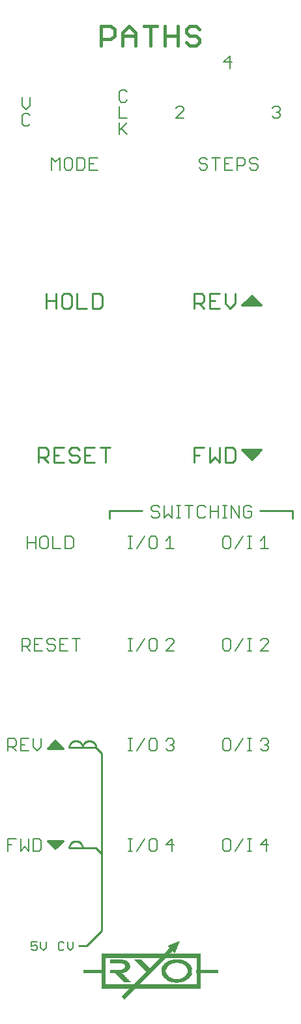
<source format=gto>
G75*
%MOIN*%
%OFA0B0*%
%FSLAX24Y24*%
%IPPOS*%
%LPD*%
%AMOC8*
5,1,8,0,0,1.08239X$1,22.5*
%
%ADD10C,0.0080*%
%ADD11R,0.0012X0.0006*%
%ADD12R,0.0024X0.0006*%
%ADD13R,0.0035X0.0006*%
%ADD14R,0.0047X0.0006*%
%ADD15R,0.0059X0.0006*%
%ADD16R,0.0071X0.0006*%
%ADD17R,0.0083X0.0006*%
%ADD18R,0.0094X0.0006*%
%ADD19R,0.0106X0.0006*%
%ADD20R,0.0118X0.0006*%
%ADD21R,0.0130X0.0006*%
%ADD22R,0.0142X0.0006*%
%ADD23R,0.0154X0.0006*%
%ADD24R,0.0165X0.0006*%
%ADD25R,0.0177X0.0006*%
%ADD26R,0.0189X0.0006*%
%ADD27R,0.0201X0.0006*%
%ADD28R,0.0213X0.0006*%
%ADD29R,0.0224X0.0006*%
%ADD30R,0.0236X0.0006*%
%ADD31R,0.0248X0.0006*%
%ADD32R,0.0260X0.0006*%
%ADD33R,0.0272X0.0006*%
%ADD34R,0.0283X0.0006*%
%ADD35R,0.0289X0.0006*%
%ADD36R,0.5067X0.0006*%
%ADD37R,0.0219X0.0006*%
%ADD38R,0.0301X0.0006*%
%ADD39R,0.0331X0.0006*%
%ADD40R,0.0390X0.0006*%
%ADD41R,0.0449X0.0006*%
%ADD42R,0.0502X0.0006*%
%ADD43R,0.0543X0.0006*%
%ADD44R,0.0585X0.0006*%
%ADD45R,0.0626X0.0006*%
%ADD46R,0.0661X0.0006*%
%ADD47R,0.0691X0.0006*%
%ADD48R,0.0726X0.0006*%
%ADD49R,0.0750X0.0006*%
%ADD50R,0.0774X0.0006*%
%ADD51R,0.0803X0.0006*%
%ADD52R,0.0833X0.0006*%
%ADD53R,0.0856X0.0006*%
%ADD54R,0.0880X0.0006*%
%ADD55R,0.0904X0.0006*%
%ADD56R,0.0921X0.0006*%
%ADD57R,0.0945X0.0006*%
%ADD58R,0.0969X0.0006*%
%ADD59R,0.0986X0.0006*%
%ADD60R,0.1004X0.0006*%
%ADD61R,0.1022X0.0006*%
%ADD62R,0.1039X0.0006*%
%ADD63R,0.1063X0.0006*%
%ADD64R,0.1075X0.0006*%
%ADD65R,0.0455X0.0006*%
%ADD66R,0.0425X0.0006*%
%ADD67R,0.0402X0.0006*%
%ADD68R,0.0396X0.0006*%
%ADD69R,0.0384X0.0006*%
%ADD70R,0.0378X0.0006*%
%ADD71R,0.0372X0.0006*%
%ADD72R,0.0360X0.0006*%
%ADD73R,0.0354X0.0006*%
%ADD74R,0.0348X0.0006*%
%ADD75R,0.0343X0.0006*%
%ADD76R,0.0337X0.0006*%
%ADD77R,0.0325X0.0006*%
%ADD78R,0.0319X0.0006*%
%ADD79R,0.0313X0.0006*%
%ADD80R,0.0307X0.0006*%
%ADD81R,0.0295X0.0006*%
%ADD82R,0.0278X0.0006*%
%ADD83R,0.0266X0.0006*%
%ADD84R,0.0254X0.0006*%
%ADD85R,0.0242X0.0006*%
%ADD86R,0.0230X0.0006*%
%ADD87R,0.1104X0.0006*%
%ADD88R,0.1110X0.0006*%
%ADD89R,0.0596X0.0006*%
%ADD90R,0.0614X0.0006*%
%ADD91R,0.0638X0.0006*%
%ADD92R,0.0685X0.0006*%
%ADD93R,0.0703X0.0006*%
%ADD94R,0.0720X0.0006*%
%ADD95R,0.0738X0.0006*%
%ADD96R,0.0756X0.0006*%
%ADD97R,0.0791X0.0006*%
%ADD98R,0.0815X0.0006*%
%ADD99R,0.0827X0.0006*%
%ADD100R,0.0844X0.0006*%
%ADD101R,0.0862X0.0006*%
%ADD102R,0.0874X0.0006*%
%ADD103R,0.0886X0.0006*%
%ADD104R,0.0898X0.0006*%
%ADD105R,0.0407X0.0006*%
%ADD106R,0.0909X0.0006*%
%ADD107R,0.0419X0.0006*%
%ADD108R,0.0915X0.0006*%
%ADD109R,0.0431X0.0006*%
%ADD110R,0.0443X0.0006*%
%ADD111R,0.0467X0.0006*%
%ADD112R,0.0366X0.0006*%
%ADD113R,0.0478X0.0006*%
%ADD114R,0.0490X0.0006*%
%ADD115R,0.0514X0.0006*%
%ADD116R,0.0526X0.0006*%
%ADD117R,0.0537X0.0006*%
%ADD118R,0.0549X0.0006*%
%ADD119R,0.0561X0.0006*%
%ADD120R,0.0573X0.0006*%
%ADD121R,0.0437X0.0006*%
%ADD122R,0.0939X0.0006*%
%ADD123R,0.0933X0.0006*%
%ADD124R,0.0927X0.0006*%
%ADD125R,0.1069X0.0006*%
%ADD126R,0.1045X0.0006*%
%ADD127R,0.1033X0.0006*%
%ADD128R,0.1016X0.0006*%
%ADD129R,0.0998X0.0006*%
%ADD130R,0.0892X0.0006*%
%ADD131R,0.0980X0.0006*%
%ADD132R,0.0963X0.0006*%
%ADD133R,0.0868X0.0006*%
%ADD134R,0.0850X0.0006*%
%ADD135R,0.0821X0.0006*%
%ADD136R,0.0797X0.0006*%
%ADD137R,0.0809X0.0006*%
%ADD138R,0.0780X0.0006*%
%ADD139R,0.0715X0.0006*%
%ADD140R,0.0768X0.0006*%
%ADD141R,0.0656X0.0006*%
%ADD142R,0.0620X0.0006*%
%ADD143R,0.0709X0.0006*%
%ADD144R,0.0679X0.0006*%
%ADD145R,0.0496X0.0006*%
%ADD146R,0.0018X0.0006*%
%ADD147R,0.0030X0.0006*%
%ADD148R,0.0053X0.0006*%
%ADD149R,0.0077X0.0006*%
%ADD150R,0.0089X0.0006*%
%ADD151R,0.0100X0.0006*%
%ADD152R,0.0112X0.0006*%
%ADD153R,0.0136X0.0006*%
%ADD154R,0.0413X0.0006*%
%ADD155R,0.0461X0.0006*%
%ADD156R,0.0472X0.0006*%
%ADD157R,0.0484X0.0006*%
%ADD158R,0.0171X0.0006*%
%ADD159C,0.0100*%
%ADD160C,0.0170*%
%ADD161C,0.0120*%
%ADD162C,0.0087*%
%ADD163C,0.0070*%
D10*
X000759Y007966D02*
X000759Y008586D01*
X001172Y008586D01*
X001403Y008586D02*
X001403Y007966D01*
X001610Y008172D01*
X001817Y007966D01*
X001817Y008586D01*
X002048Y008586D02*
X002048Y007966D01*
X002358Y007966D01*
X002461Y008069D01*
X002461Y008483D01*
X002358Y008586D01*
X002048Y008586D01*
X000965Y008276D02*
X000759Y008276D01*
X000759Y013084D02*
X000759Y013704D01*
X001069Y013704D01*
X001172Y013601D01*
X001172Y013394D01*
X001069Y013291D01*
X000759Y013291D01*
X000965Y013291D02*
X001172Y013084D01*
X001403Y013084D02*
X001403Y013704D01*
X001817Y013704D01*
X002048Y013704D02*
X002048Y013291D01*
X002255Y013084D01*
X002461Y013291D01*
X002461Y013704D01*
X001817Y013084D02*
X001403Y013084D01*
X001403Y013394D02*
X001610Y013394D01*
X001472Y018202D02*
X001472Y018822D01*
X001783Y018822D01*
X001886Y018719D01*
X001886Y018512D01*
X001783Y018409D01*
X001472Y018409D01*
X001679Y018409D02*
X001886Y018202D01*
X002117Y018202D02*
X002531Y018202D01*
X002324Y018512D02*
X002117Y018512D01*
X002117Y018822D02*
X002117Y018202D01*
X002117Y018822D02*
X002531Y018822D01*
X002761Y018719D02*
X002761Y018615D01*
X002865Y018512D01*
X003072Y018512D01*
X003175Y018409D01*
X003175Y018305D01*
X003072Y018202D01*
X002865Y018202D01*
X002761Y018305D01*
X002761Y018719D02*
X002865Y018822D01*
X003072Y018822D01*
X003175Y018719D01*
X003406Y018822D02*
X003406Y018202D01*
X003820Y018202D01*
X003613Y018512D02*
X003406Y018512D01*
X003406Y018822D02*
X003820Y018822D01*
X004051Y018822D02*
X004464Y018822D01*
X004257Y018822D02*
X004257Y018202D01*
X003999Y023418D02*
X003689Y023418D01*
X003689Y024039D01*
X003999Y024039D01*
X004103Y023935D01*
X004103Y023522D01*
X003999Y023418D01*
X003458Y023418D02*
X003044Y023418D01*
X003044Y024039D01*
X002813Y023935D02*
X002813Y023522D01*
X002710Y023418D01*
X002503Y023418D01*
X002400Y023522D01*
X002400Y023935D01*
X002503Y024039D01*
X002710Y024039D01*
X002813Y023935D01*
X002169Y024039D02*
X002169Y023418D01*
X002169Y023729D02*
X001755Y023729D01*
X001755Y024039D02*
X001755Y023418D01*
X006914Y023418D02*
X007121Y023418D01*
X007018Y023418D02*
X007018Y024039D01*
X007121Y024039D02*
X006914Y024039D01*
X007344Y023418D02*
X007758Y024039D01*
X007989Y023935D02*
X007989Y023522D01*
X008092Y023418D01*
X008299Y023418D01*
X008402Y023522D01*
X008402Y023935D01*
X008299Y024039D01*
X008092Y024039D01*
X007989Y023935D01*
X008198Y024993D02*
X008095Y025097D01*
X008198Y024993D02*
X008405Y024993D01*
X008509Y025097D01*
X008509Y025200D01*
X008405Y025303D01*
X008198Y025303D01*
X008095Y025407D01*
X008095Y025510D01*
X008198Y025614D01*
X008405Y025614D01*
X008509Y025510D01*
X008739Y025614D02*
X008739Y024993D01*
X008946Y025200D01*
X009153Y024993D01*
X009153Y025614D01*
X009384Y025614D02*
X009591Y025614D01*
X009487Y025614D02*
X009487Y024993D01*
X009384Y024993D02*
X009591Y024993D01*
X009814Y025614D02*
X010227Y025614D01*
X010458Y025510D02*
X010458Y025097D01*
X010562Y024993D01*
X010769Y024993D01*
X010872Y025097D01*
X011103Y024993D02*
X011103Y025614D01*
X010872Y025510D02*
X010769Y025614D01*
X010562Y025614D01*
X010458Y025510D01*
X010021Y025614D02*
X010021Y024993D01*
X009265Y023418D02*
X008851Y023418D01*
X008851Y023832D02*
X009058Y024039D01*
X009058Y023418D01*
X008955Y018822D02*
X008851Y018719D01*
X008955Y018822D02*
X009162Y018822D01*
X009265Y018719D01*
X009265Y018615D01*
X008851Y018202D01*
X009265Y018202D01*
X008402Y018305D02*
X008402Y018719D01*
X008299Y018822D01*
X008092Y018822D01*
X007989Y018719D01*
X007989Y018305D01*
X008092Y018202D01*
X008299Y018202D01*
X008402Y018305D01*
X007758Y018822D02*
X007344Y018202D01*
X007121Y018202D02*
X006914Y018202D01*
X007018Y018202D02*
X007018Y018822D01*
X007121Y018822D02*
X006914Y018822D01*
X006914Y013704D02*
X007121Y013704D01*
X007018Y013704D02*
X007018Y013084D01*
X007121Y013084D02*
X006914Y013084D01*
X007344Y013084D02*
X007758Y013704D01*
X007989Y013601D02*
X007989Y013187D01*
X008092Y013084D01*
X008299Y013084D01*
X008402Y013187D01*
X008402Y013601D01*
X008299Y013704D01*
X008092Y013704D01*
X007989Y013601D01*
X008851Y013601D02*
X008955Y013704D01*
X009162Y013704D01*
X009265Y013601D01*
X009265Y013497D01*
X009162Y013394D01*
X009265Y013291D01*
X009265Y013187D01*
X009162Y013084D01*
X008955Y013084D01*
X008851Y013187D01*
X009058Y013394D02*
X009162Y013394D01*
X009162Y008586D02*
X008851Y008276D01*
X009265Y008276D01*
X009162Y007966D02*
X009162Y008586D01*
X008402Y008483D02*
X008402Y008069D01*
X008299Y007966D01*
X008092Y007966D01*
X007989Y008069D01*
X007989Y008483D01*
X008092Y008586D01*
X008299Y008586D01*
X008402Y008483D01*
X007758Y008586D02*
X007344Y007966D01*
X007121Y007966D02*
X006914Y007966D01*
X007018Y007966D02*
X007018Y008586D01*
X007121Y008586D02*
X006914Y008586D01*
X011737Y008483D02*
X011737Y008069D01*
X011841Y007966D01*
X012047Y007966D01*
X012151Y008069D01*
X012151Y008483D01*
X012047Y008586D01*
X011841Y008586D01*
X011737Y008483D01*
X012382Y007966D02*
X012795Y008586D01*
X013026Y008586D02*
X013233Y008586D01*
X013130Y008586D02*
X013130Y007966D01*
X013233Y007966D02*
X013026Y007966D01*
X013674Y008276D02*
X014088Y008276D01*
X013985Y007966D02*
X013985Y008586D01*
X013674Y008276D01*
X013778Y013084D02*
X013674Y013187D01*
X013778Y013084D02*
X013985Y013084D01*
X014088Y013187D01*
X014088Y013291D01*
X013985Y013394D01*
X013881Y013394D01*
X013985Y013394D02*
X014088Y013497D01*
X014088Y013601D01*
X013985Y013704D01*
X013778Y013704D01*
X013674Y013601D01*
X013233Y013704D02*
X013026Y013704D01*
X013130Y013704D02*
X013130Y013084D01*
X013233Y013084D02*
X013026Y013084D01*
X012382Y013084D02*
X012795Y013704D01*
X012151Y013601D02*
X012151Y013187D01*
X012047Y013084D01*
X011841Y013084D01*
X011737Y013187D01*
X011737Y013601D01*
X011841Y013704D01*
X012047Y013704D01*
X012151Y013601D01*
X012047Y018202D02*
X011841Y018202D01*
X011737Y018305D01*
X011737Y018719D01*
X011841Y018822D01*
X012047Y018822D01*
X012151Y018719D01*
X012151Y018305D01*
X012047Y018202D01*
X012382Y018202D02*
X012795Y018822D01*
X013026Y018822D02*
X013233Y018822D01*
X013130Y018822D02*
X013130Y018202D01*
X013233Y018202D02*
X013026Y018202D01*
X013674Y018202D02*
X014088Y018615D01*
X014088Y018719D01*
X013985Y018822D01*
X013778Y018822D01*
X013674Y018719D01*
X013674Y018202D02*
X014088Y018202D01*
X014088Y023418D02*
X013674Y023418D01*
X013881Y023418D02*
X013881Y024039D01*
X013674Y023832D01*
X013233Y024039D02*
X013026Y024039D01*
X013130Y024039D02*
X013130Y023418D01*
X013233Y023418D02*
X013026Y023418D01*
X012382Y023418D02*
X012795Y024039D01*
X012925Y024993D02*
X013132Y024993D01*
X013235Y025097D01*
X013235Y025303D01*
X013028Y025303D01*
X012822Y025097D02*
X012822Y025510D01*
X012925Y025614D01*
X013132Y025614D01*
X013235Y025510D01*
X012822Y025097D02*
X012925Y024993D01*
X012591Y024993D02*
X012591Y025614D01*
X012177Y025614D02*
X012591Y024993D01*
X012177Y024993D02*
X012177Y025614D01*
X011954Y025614D02*
X011747Y025614D01*
X011851Y025614D02*
X011851Y024993D01*
X011954Y024993D02*
X011747Y024993D01*
X011517Y024993D02*
X011517Y025614D01*
X011517Y025303D02*
X011103Y025303D01*
X011841Y024039D02*
X011737Y023935D01*
X011737Y023522D01*
X011841Y023418D01*
X012047Y023418D01*
X012151Y023522D01*
X012151Y023935D01*
X012047Y024039D01*
X011841Y024039D01*
X011836Y042769D02*
X012250Y042769D01*
X012043Y043079D02*
X011836Y043079D01*
X011836Y043389D02*
X011836Y042769D01*
X011836Y043389D02*
X012250Y043389D01*
X012481Y043389D02*
X012481Y042769D01*
X012481Y042976D02*
X012791Y042976D01*
X012894Y043079D01*
X012894Y043286D01*
X012791Y043389D01*
X012481Y043389D01*
X013125Y043286D02*
X013125Y043182D01*
X013229Y043079D01*
X013436Y043079D01*
X013539Y042976D01*
X013539Y042872D01*
X013436Y042769D01*
X013229Y042769D01*
X013125Y042872D01*
X013125Y043286D02*
X013229Y043389D01*
X013436Y043389D01*
X013539Y043286D01*
X014381Y045407D02*
X014277Y045510D01*
X014381Y045407D02*
X014587Y045407D01*
X014691Y045510D01*
X014691Y045613D01*
X014587Y045717D01*
X014484Y045717D01*
X014587Y045717D02*
X014691Y045820D01*
X014691Y045924D01*
X014587Y046027D01*
X014381Y046027D01*
X014277Y045924D01*
X012211Y048276D02*
X011797Y048276D01*
X012107Y048586D01*
X012107Y047966D01*
X011605Y043389D02*
X011192Y043389D01*
X011399Y043389D02*
X011399Y042769D01*
X010961Y042872D02*
X010857Y042769D01*
X010651Y042769D01*
X010547Y042872D01*
X010651Y043079D02*
X010857Y043079D01*
X010961Y042976D01*
X010961Y042872D01*
X010961Y043286D02*
X010857Y043389D01*
X010651Y043389D01*
X010547Y043286D01*
X010547Y043182D01*
X010651Y043079D01*
X009750Y045407D02*
X009336Y045407D01*
X009750Y045820D01*
X009750Y045924D01*
X009646Y046027D01*
X009440Y046027D01*
X009336Y045924D01*
X006856Y046337D02*
X006753Y046233D01*
X006546Y046233D01*
X006443Y046337D01*
X006443Y046750D01*
X006546Y046854D01*
X006753Y046854D01*
X006856Y046750D01*
X006856Y045407D02*
X006443Y045407D01*
X006443Y046027D01*
X006443Y045200D02*
X006443Y044580D01*
X006443Y044787D02*
X006856Y045200D01*
X006546Y044890D02*
X006856Y044580D01*
X005343Y043389D02*
X004929Y043389D01*
X004929Y042769D01*
X005343Y042769D01*
X005136Y043079D02*
X004929Y043079D01*
X004698Y042872D02*
X004698Y043286D01*
X004595Y043389D01*
X004284Y043389D01*
X004284Y042769D01*
X004595Y042769D01*
X004698Y042872D01*
X004054Y042872D02*
X004054Y043286D01*
X003950Y043389D01*
X003743Y043389D01*
X003640Y043286D01*
X003640Y042872D01*
X003743Y042769D01*
X003950Y042769D01*
X004054Y042872D01*
X003409Y042769D02*
X003409Y043389D01*
X003202Y043182D01*
X002995Y043389D01*
X002995Y042769D01*
X001792Y045033D02*
X001896Y045136D01*
X001792Y045033D02*
X001585Y045033D01*
X001482Y045136D01*
X001482Y045550D01*
X001585Y045653D01*
X001792Y045653D01*
X001896Y045550D01*
X001689Y045859D02*
X001896Y046066D01*
X001896Y046480D01*
X001482Y046066D02*
X001689Y045859D01*
X001482Y046066D02*
X001482Y046480D01*
D11*
X009533Y003327D03*
X009291Y002737D03*
X006722Y000369D03*
D12*
X006722Y000374D03*
X009527Y003321D03*
D13*
X009521Y003315D03*
X009285Y002754D03*
X006722Y000380D03*
D14*
X006722Y000386D03*
X009285Y002760D03*
X009509Y003309D03*
D15*
X009503Y003304D03*
X009279Y002772D03*
X006722Y000392D03*
D16*
X006722Y000398D03*
X009279Y002778D03*
X009492Y003298D03*
D17*
X009486Y003292D03*
X006722Y000404D03*
D18*
X006722Y000410D03*
X009273Y002796D03*
D19*
X009468Y003280D03*
X006722Y000416D03*
D20*
X006722Y000422D03*
X009267Y002813D03*
D21*
X009267Y002819D03*
X009450Y003268D03*
X006722Y000428D03*
D22*
X006722Y000433D03*
X009261Y002831D03*
X009444Y003262D03*
D23*
X009432Y003256D03*
X006722Y000439D03*
D24*
X006722Y000445D03*
X009427Y003250D03*
D25*
X006722Y000451D03*
D26*
X006722Y000457D03*
X009409Y003239D03*
D27*
X009403Y003233D03*
X010507Y002477D03*
X010507Y002471D03*
X010507Y002465D03*
X010507Y002459D03*
X010507Y002453D03*
X010507Y002447D03*
X010507Y002441D03*
X010507Y002435D03*
X010507Y002430D03*
X010507Y002424D03*
X010507Y002418D03*
X010507Y002412D03*
X010507Y002406D03*
X010507Y002400D03*
X010507Y002394D03*
X010507Y002388D03*
X010507Y002382D03*
X010507Y002376D03*
X010507Y002370D03*
X010507Y002365D03*
X010507Y002359D03*
X010507Y002353D03*
X010507Y002347D03*
X010507Y002341D03*
X010507Y002335D03*
X010507Y002329D03*
X010507Y002323D03*
X010507Y002317D03*
X010507Y002311D03*
X010507Y002306D03*
X010507Y002300D03*
X010507Y002294D03*
X010507Y002288D03*
X010507Y002282D03*
X010507Y002276D03*
X010507Y002270D03*
X010507Y002264D03*
X010507Y002258D03*
X010507Y002252D03*
X010507Y002246D03*
X010507Y002241D03*
X010507Y002235D03*
X010507Y002229D03*
X010507Y002223D03*
X010507Y002217D03*
X010507Y002211D03*
X010507Y002205D03*
X010507Y002199D03*
X010507Y002193D03*
X010507Y002187D03*
X010507Y002181D03*
X010507Y002176D03*
X010507Y002170D03*
X010507Y002164D03*
X010507Y002158D03*
X010507Y002152D03*
X010507Y002146D03*
X010507Y002140D03*
X010507Y002134D03*
X010507Y002128D03*
X010507Y002122D03*
X010507Y002117D03*
X010507Y002111D03*
X010507Y002105D03*
X010507Y002099D03*
X010507Y002093D03*
X010507Y002087D03*
X010507Y002081D03*
X010507Y002075D03*
X010507Y002069D03*
X010507Y002063D03*
X010507Y002057D03*
X010507Y002052D03*
X010507Y002046D03*
X010507Y002040D03*
X010507Y002034D03*
X010507Y002028D03*
X010507Y002022D03*
X010507Y002016D03*
X010507Y002010D03*
X010507Y002004D03*
X010507Y001998D03*
X010507Y001993D03*
X010507Y001987D03*
X010507Y001981D03*
X010507Y001975D03*
X010507Y001969D03*
X010507Y001963D03*
X010507Y001957D03*
X010507Y001951D03*
X010507Y001945D03*
X010507Y001939D03*
X010507Y001933D03*
X010507Y001928D03*
X010507Y001922D03*
X010507Y001916D03*
X010507Y001910D03*
X010507Y001904D03*
X010507Y001898D03*
X010507Y001892D03*
X010507Y001886D03*
X010507Y001880D03*
X010507Y001874D03*
X010507Y001869D03*
X010507Y001697D03*
X010507Y001691D03*
X010507Y001685D03*
X010507Y001680D03*
X010507Y001674D03*
X010507Y001668D03*
X010507Y001662D03*
X010507Y001656D03*
X010507Y001650D03*
X010507Y001644D03*
X010507Y001638D03*
X010507Y001632D03*
X010507Y001626D03*
X010507Y001620D03*
X010507Y001615D03*
X010507Y001609D03*
X010507Y001603D03*
X010507Y001597D03*
X010507Y001591D03*
X010507Y001585D03*
X010507Y001579D03*
X010507Y001573D03*
X010507Y001567D03*
X010507Y001561D03*
X010507Y001556D03*
X010507Y001550D03*
X010507Y001544D03*
X010507Y001538D03*
X010507Y001532D03*
X010507Y001526D03*
X010507Y001520D03*
X010507Y001514D03*
X010507Y001508D03*
X010507Y001502D03*
X010507Y001496D03*
X010507Y001491D03*
X010507Y001485D03*
X010507Y001479D03*
X010507Y001473D03*
X010507Y001467D03*
X010507Y001461D03*
X010507Y001455D03*
X010507Y001449D03*
X010507Y001443D03*
X010507Y001437D03*
X010507Y001431D03*
X010507Y001426D03*
X010507Y001420D03*
X010507Y001414D03*
X010507Y001408D03*
X010507Y001402D03*
X010507Y001396D03*
X010507Y001390D03*
X010507Y001384D03*
X010507Y001378D03*
X010507Y001372D03*
X010507Y001367D03*
X010507Y001361D03*
X010507Y001355D03*
X010507Y001349D03*
X010507Y001343D03*
X010507Y001337D03*
X010507Y001331D03*
X010507Y001325D03*
X010507Y001319D03*
X010507Y001313D03*
X010507Y001307D03*
X010507Y001302D03*
X010507Y001296D03*
X010507Y001290D03*
X010507Y001284D03*
X010507Y001278D03*
X010507Y001272D03*
X010507Y001266D03*
X010507Y001260D03*
X010507Y001254D03*
X010507Y001248D03*
X010507Y001243D03*
X010507Y001237D03*
X010507Y001231D03*
X010507Y001225D03*
X010507Y001219D03*
X010507Y001213D03*
X010507Y001207D03*
X010507Y001201D03*
X010507Y001195D03*
X010507Y001189D03*
X010507Y001183D03*
X010507Y001178D03*
X010507Y001172D03*
X010507Y001166D03*
X010507Y001160D03*
X010507Y001154D03*
X010507Y001148D03*
X010507Y001142D03*
X006722Y000463D03*
X005641Y001142D03*
X005641Y001148D03*
X005641Y001154D03*
X005641Y001160D03*
X005641Y001166D03*
X005641Y001172D03*
X005641Y001178D03*
X005641Y001183D03*
X005641Y001189D03*
X005641Y001195D03*
X005641Y001201D03*
X005641Y001207D03*
X005641Y001213D03*
X005641Y001219D03*
X005641Y001225D03*
X005641Y001231D03*
X005641Y001237D03*
X005641Y001243D03*
X005641Y001248D03*
X005641Y001254D03*
X005641Y001260D03*
X005641Y001266D03*
X005641Y001272D03*
X005641Y001278D03*
X005641Y001284D03*
X005641Y001290D03*
X005641Y001296D03*
X005641Y001302D03*
X005641Y001307D03*
X005641Y001313D03*
X005641Y001319D03*
X005641Y001325D03*
X005641Y001331D03*
X005641Y001337D03*
X005641Y001343D03*
X005641Y001349D03*
X005641Y001355D03*
X005641Y001361D03*
X005641Y001367D03*
X005641Y001372D03*
X005641Y001378D03*
X005641Y001384D03*
X005641Y001390D03*
X005641Y001396D03*
X005641Y001402D03*
X005641Y001408D03*
X005641Y001414D03*
X005641Y001420D03*
X005641Y001426D03*
X005641Y001431D03*
X005641Y001437D03*
X005641Y001443D03*
X005641Y001449D03*
X005641Y001455D03*
X005641Y001461D03*
X005641Y001467D03*
X005641Y001473D03*
X005641Y001479D03*
X005641Y001485D03*
X005641Y001491D03*
X005641Y001496D03*
X005641Y001502D03*
X005641Y001508D03*
X005641Y001514D03*
X005641Y001520D03*
X005641Y001526D03*
X005641Y001532D03*
X005641Y001538D03*
X005641Y001544D03*
X005641Y001550D03*
X005641Y001556D03*
X005641Y001561D03*
X005641Y001567D03*
X005641Y001573D03*
X005641Y001579D03*
X005641Y001585D03*
X005641Y001591D03*
X005641Y001597D03*
X005641Y001603D03*
X005641Y001609D03*
X005641Y001615D03*
X005641Y001620D03*
X005641Y001626D03*
X005641Y001632D03*
X005641Y001638D03*
X005641Y001644D03*
X005641Y001650D03*
X005641Y001656D03*
X005641Y001662D03*
X005641Y001668D03*
X005641Y001674D03*
X005641Y001680D03*
X005641Y001685D03*
X005641Y001691D03*
X005641Y001697D03*
X005641Y001869D03*
X005641Y001874D03*
X005641Y001880D03*
X005641Y001886D03*
X005641Y001892D03*
X005641Y001898D03*
X005641Y001904D03*
X005641Y001910D03*
X005641Y001916D03*
X005641Y001922D03*
X005641Y001928D03*
X005641Y001933D03*
X005641Y001939D03*
X005641Y001945D03*
X005641Y001951D03*
X005641Y001957D03*
X005641Y001963D03*
X005641Y001969D03*
X005641Y001975D03*
X005641Y001981D03*
X005641Y001987D03*
X005641Y001993D03*
X005641Y001998D03*
X005641Y002004D03*
X005641Y002010D03*
X005641Y002016D03*
X005641Y002022D03*
X005641Y002028D03*
X005641Y002034D03*
X005641Y002040D03*
X005641Y002046D03*
X005641Y002052D03*
X005641Y002057D03*
X005641Y002063D03*
X005641Y002069D03*
X005641Y002075D03*
X005641Y002081D03*
X005641Y002087D03*
X005641Y002093D03*
X005641Y002099D03*
X005641Y002105D03*
X005641Y002111D03*
X005641Y002117D03*
X005641Y002122D03*
X005641Y002128D03*
X005641Y002134D03*
X005641Y002140D03*
X005641Y002146D03*
X005641Y002152D03*
X005641Y002158D03*
X005641Y002164D03*
X005641Y002170D03*
X005641Y002176D03*
X005641Y002181D03*
X005641Y002187D03*
X005641Y002193D03*
X005641Y002199D03*
X005641Y002205D03*
X005641Y002211D03*
X005641Y002217D03*
X005641Y002223D03*
X005641Y002229D03*
X005641Y002235D03*
X005641Y002241D03*
X005641Y002246D03*
X005641Y002252D03*
X005641Y002258D03*
X005641Y002264D03*
X005641Y002270D03*
X005641Y002276D03*
X005641Y002282D03*
X005641Y002288D03*
X005641Y002294D03*
X005641Y002300D03*
X005641Y002306D03*
X005641Y002311D03*
X005641Y002317D03*
X005641Y002323D03*
X005641Y002329D03*
X005641Y002335D03*
X005641Y002341D03*
X005641Y002347D03*
X005641Y002353D03*
X005641Y002359D03*
X005641Y002365D03*
X005641Y002370D03*
X005641Y002376D03*
X005641Y002382D03*
X005641Y002388D03*
X005641Y002394D03*
X005641Y002400D03*
X005641Y002406D03*
X005641Y002412D03*
X005641Y002418D03*
X005641Y002424D03*
X005641Y002430D03*
X005641Y002435D03*
X005641Y002441D03*
X005641Y002447D03*
X005641Y002453D03*
X005641Y002459D03*
X005641Y002465D03*
X005641Y002471D03*
X005641Y002477D03*
D28*
X006722Y000469D03*
X009403Y002394D03*
X009391Y003227D03*
D29*
X009385Y003221D03*
X008736Y001880D03*
X008730Y001821D03*
X008730Y001815D03*
X008730Y001809D03*
X010064Y001874D03*
X010070Y001815D03*
X010070Y001809D03*
X006722Y000475D03*
D30*
X006722Y000481D03*
X008765Y001644D03*
X008765Y001650D03*
X008759Y001662D03*
X008759Y001668D03*
X008753Y001674D03*
X008753Y001680D03*
X008747Y001691D03*
X008747Y001697D03*
X008742Y001910D03*
X008747Y001928D03*
X008747Y001933D03*
X008753Y001945D03*
X008753Y001951D03*
X008759Y001963D03*
X008759Y001969D03*
X008765Y001975D03*
X008765Y001981D03*
X009373Y003215D03*
X010023Y001998D03*
X010029Y001987D03*
X010035Y001981D03*
X010035Y001975D03*
X010041Y001963D03*
X010041Y001957D03*
X010047Y001945D03*
X010053Y001928D03*
X010053Y001697D03*
X010053Y001691D03*
X010047Y001680D03*
X010047Y001674D03*
X010041Y001668D03*
X010041Y001662D03*
X010035Y001650D03*
D31*
X010017Y001615D03*
X010011Y001603D03*
X010005Y001597D03*
X009999Y001585D03*
X010011Y002022D03*
X010005Y002028D03*
X010005Y002034D03*
X009999Y002040D03*
X009994Y002046D03*
X009368Y003209D03*
X008801Y002040D03*
X008795Y002034D03*
X008795Y002028D03*
X008789Y002022D03*
X008777Y001620D03*
X008783Y001615D03*
X008783Y001609D03*
X008789Y001603D03*
X008795Y001591D03*
X006875Y002010D03*
X006875Y002016D03*
X006875Y002022D03*
X006875Y002028D03*
X006875Y002034D03*
X006875Y002040D03*
X006875Y002046D03*
X006875Y002052D03*
X006875Y002057D03*
X006875Y002063D03*
X006875Y002069D03*
X006875Y002075D03*
X006875Y002081D03*
X006875Y002087D03*
X006869Y001998D03*
X006869Y001993D03*
X006722Y000487D03*
D32*
X006722Y000493D03*
X006852Y001957D03*
X006864Y002117D03*
X006864Y002122D03*
X006858Y002134D03*
X008818Y002063D03*
X008824Y002069D03*
X008830Y002075D03*
X008806Y001573D03*
X008812Y001567D03*
X008818Y001561D03*
X009362Y003203D03*
X009970Y002075D03*
X009976Y002069D03*
X009982Y002063D03*
X009988Y001567D03*
X009982Y001561D03*
X009976Y001556D03*
D33*
X009958Y001532D03*
X009952Y001526D03*
X009946Y001520D03*
X009946Y002105D03*
X009940Y002111D03*
X009350Y003197D03*
X008854Y002105D03*
X008848Y002099D03*
X008836Y001538D03*
X008842Y001532D03*
X008848Y001526D03*
X006840Y001933D03*
X006846Y002152D03*
X006722Y000498D03*
D34*
X006722Y000504D03*
X008854Y001520D03*
X008860Y001514D03*
X008866Y001508D03*
X008883Y002128D03*
X009344Y003191D03*
X009911Y002134D03*
X009917Y002128D03*
X009929Y001502D03*
D35*
X009920Y001496D03*
X009914Y001491D03*
X009908Y002140D03*
X009034Y002831D03*
X009028Y002825D03*
X009022Y002819D03*
X009016Y002813D03*
X009010Y002807D03*
X009004Y002802D03*
X008998Y002796D03*
X008993Y002790D03*
X008987Y002784D03*
X008981Y002778D03*
X008975Y002772D03*
X008969Y002766D03*
X008963Y002760D03*
X008957Y002754D03*
X008951Y002748D03*
X008945Y002743D03*
X008939Y002737D03*
X008933Y002731D03*
X008928Y002725D03*
X008922Y002719D03*
X008916Y002713D03*
X008910Y002707D03*
X008904Y002701D03*
X008898Y002695D03*
X008892Y002689D03*
X008886Y002683D03*
X008691Y002477D03*
X008685Y002471D03*
X008680Y002465D03*
X008674Y002459D03*
X008668Y002453D03*
X008662Y002447D03*
X008656Y002441D03*
X008650Y002435D03*
X008644Y002430D03*
X008638Y002424D03*
X008632Y002418D03*
X008626Y002412D03*
X008620Y002406D03*
X008615Y002400D03*
X008609Y002394D03*
X008603Y002388D03*
X008597Y002382D03*
X008591Y002376D03*
X008585Y002370D03*
X008579Y002365D03*
X008573Y002359D03*
X008567Y002353D03*
X008561Y002347D03*
X008556Y002341D03*
X008550Y002335D03*
X008544Y002329D03*
X008538Y002323D03*
X008532Y002317D03*
X008526Y002311D03*
X008520Y002306D03*
X008514Y002300D03*
X008508Y002294D03*
X008502Y002288D03*
X008496Y002282D03*
X008491Y002276D03*
X008485Y002270D03*
X008479Y002264D03*
X008473Y002258D03*
X008467Y002252D03*
X008461Y002246D03*
X008455Y002241D03*
X008449Y002235D03*
X008443Y002229D03*
X008437Y002223D03*
X008431Y002217D03*
X008426Y002211D03*
X008420Y002205D03*
X008414Y002199D03*
X008408Y002193D03*
X008402Y002187D03*
X008396Y002181D03*
X008390Y002176D03*
X008384Y002170D03*
X008378Y002164D03*
X008372Y002158D03*
X008367Y002152D03*
X008361Y002146D03*
X008355Y002140D03*
X008349Y002134D03*
X008343Y002128D03*
X008337Y002122D03*
X008331Y002117D03*
X008325Y002111D03*
X008319Y002105D03*
X008313Y002099D03*
X008307Y002093D03*
X008302Y002087D03*
X008296Y002081D03*
X008290Y002075D03*
X008284Y002069D03*
X008278Y002063D03*
X008272Y002057D03*
X008266Y002052D03*
X008260Y002046D03*
X008254Y002040D03*
X008248Y002034D03*
X008243Y002028D03*
X008237Y002022D03*
X008231Y002016D03*
X008225Y002010D03*
X008219Y002004D03*
X008213Y001998D03*
X008207Y001993D03*
X008201Y001987D03*
X008195Y001981D03*
X008189Y001975D03*
X008183Y001969D03*
X008178Y001963D03*
X008172Y001957D03*
X008166Y001951D03*
X008160Y001945D03*
X008154Y001939D03*
X008148Y001933D03*
X007994Y001780D03*
X007989Y001774D03*
X007983Y001768D03*
X007977Y001762D03*
X007971Y001756D03*
X007965Y001750D03*
X007959Y001744D03*
X007953Y001739D03*
X007947Y001733D03*
X007941Y001727D03*
X007935Y001721D03*
X007930Y001715D03*
X007924Y001709D03*
X007918Y001703D03*
X007912Y001697D03*
X007906Y001691D03*
X007900Y001685D03*
X007894Y001680D03*
X007888Y001674D03*
X007882Y001668D03*
X007876Y001662D03*
X007870Y001656D03*
X007865Y001650D03*
X007859Y001644D03*
X007853Y001638D03*
X007847Y001632D03*
X007841Y001626D03*
X007835Y001620D03*
X007829Y001615D03*
X007823Y001609D03*
X007817Y001603D03*
X007811Y001597D03*
X007806Y001591D03*
X007800Y001585D03*
X007794Y001579D03*
X007788Y001573D03*
X007782Y001567D03*
X007776Y001561D03*
X007770Y001556D03*
X007764Y001550D03*
X007758Y001544D03*
X007752Y001538D03*
X007746Y001532D03*
X007741Y001526D03*
X007735Y001520D03*
X007729Y001514D03*
X007723Y001508D03*
X007717Y001502D03*
X007711Y001496D03*
X007705Y001491D03*
X007699Y001485D03*
X007693Y001479D03*
X007687Y001473D03*
X007681Y001467D03*
X007676Y001461D03*
X007670Y001455D03*
X007664Y001449D03*
X007658Y001443D03*
X007652Y001437D03*
X007646Y001431D03*
X007640Y001426D03*
X007634Y001420D03*
X007628Y001414D03*
X007622Y001408D03*
X007617Y001402D03*
X007611Y001396D03*
X007605Y001390D03*
X007599Y001384D03*
X007593Y001378D03*
X007587Y001372D03*
X007581Y001367D03*
X007575Y001361D03*
X007569Y001355D03*
X007563Y001349D03*
X007557Y001343D03*
X007552Y001337D03*
X007546Y001331D03*
X007540Y001325D03*
X007534Y001319D03*
X007528Y001313D03*
X007522Y001307D03*
X007516Y001302D03*
X007510Y001296D03*
X007504Y001290D03*
X007498Y001284D03*
X007493Y001278D03*
X007487Y001272D03*
X007481Y001266D03*
X007475Y001260D03*
X007469Y001254D03*
X007463Y001248D03*
X007457Y001243D03*
X007451Y001237D03*
X007445Y001231D03*
X007439Y001225D03*
X007433Y001219D03*
X007428Y001213D03*
X007422Y001207D03*
X007416Y001201D03*
X007410Y001195D03*
X007404Y001189D03*
X007398Y001183D03*
X007392Y001178D03*
X007386Y001172D03*
X007380Y001166D03*
X007374Y001160D03*
X007369Y001154D03*
X007363Y001148D03*
X007357Y001142D03*
X007144Y000930D03*
X007138Y000924D03*
X007132Y000918D03*
X007126Y000912D03*
X007120Y000906D03*
X007115Y000900D03*
X007109Y000894D03*
X007103Y000888D03*
X007097Y000882D03*
X007091Y000876D03*
X007085Y000870D03*
X007079Y000865D03*
X007073Y000859D03*
X007067Y000853D03*
X007061Y000847D03*
X007056Y000841D03*
X007050Y000835D03*
X007044Y000829D03*
X007038Y000823D03*
X007032Y000817D03*
X007026Y000811D03*
X007020Y000806D03*
X007014Y000800D03*
X007008Y000794D03*
X007002Y000788D03*
X006996Y000782D03*
X006991Y000776D03*
X006985Y000770D03*
X006979Y000764D03*
X006973Y000758D03*
X006967Y000752D03*
X006961Y000746D03*
X006955Y000741D03*
X006949Y000735D03*
X006943Y000729D03*
X006937Y000723D03*
X006931Y000717D03*
X006926Y000711D03*
X006920Y000705D03*
X006914Y000699D03*
X006908Y000693D03*
X006902Y000687D03*
X006896Y000681D03*
X006890Y000676D03*
X006884Y000670D03*
X006878Y000664D03*
X006872Y000658D03*
X006867Y000652D03*
X006861Y000646D03*
X006855Y000640D03*
X006849Y000634D03*
X006843Y000628D03*
X006837Y000622D03*
X006831Y000617D03*
X006825Y000611D03*
X006819Y000605D03*
X006813Y000599D03*
X006807Y000593D03*
X006802Y000587D03*
X006796Y000581D03*
X006790Y000575D03*
X006784Y000569D03*
X006778Y000563D03*
X006772Y000557D03*
X006766Y000552D03*
X006760Y000546D03*
X006754Y000540D03*
X006748Y000534D03*
X006743Y000528D03*
X006737Y000522D03*
X006731Y000516D03*
X006725Y000510D03*
X006813Y001910D03*
X006819Y001916D03*
X006831Y002170D03*
X008886Y002134D03*
X008874Y001502D03*
X008880Y001496D03*
X008886Y001491D03*
D36*
X008074Y001136D03*
X008074Y001130D03*
X008074Y001124D03*
X008074Y001119D03*
X008074Y001113D03*
X008074Y001107D03*
X008074Y001101D03*
X008074Y001095D03*
X008074Y001089D03*
X008074Y001083D03*
X008074Y001077D03*
X008074Y001071D03*
X008074Y001065D03*
X008074Y001059D03*
X008074Y001054D03*
X008074Y001048D03*
X008074Y001042D03*
X008074Y001036D03*
X008074Y001030D03*
X008074Y001024D03*
X008074Y001018D03*
X008074Y001012D03*
X008074Y001006D03*
X008074Y001000D03*
X008074Y000994D03*
X008074Y000989D03*
X008074Y000983D03*
X008074Y000977D03*
X008074Y000971D03*
X008074Y000965D03*
X008074Y000959D03*
X008074Y000953D03*
X008074Y000947D03*
X008074Y000941D03*
X008074Y000935D03*
X008074Y002483D03*
X008074Y002489D03*
X008074Y002494D03*
X008074Y002500D03*
X008074Y002506D03*
X008074Y002512D03*
X008074Y002518D03*
X008074Y002524D03*
X008074Y002530D03*
X008074Y002536D03*
X008074Y002542D03*
X008074Y002548D03*
X008074Y002554D03*
X008074Y002559D03*
X008074Y002565D03*
X008074Y002571D03*
X008074Y002577D03*
X008074Y002583D03*
X008074Y002589D03*
X008074Y002595D03*
X008074Y002601D03*
X008074Y002607D03*
X008074Y002613D03*
X008074Y002619D03*
X008074Y002624D03*
X008074Y002630D03*
X008074Y002636D03*
X008074Y002642D03*
X008074Y002648D03*
X008074Y002654D03*
X008074Y002660D03*
X008074Y002666D03*
X008074Y002672D03*
X008074Y002678D03*
D37*
X009394Y001231D03*
D38*
X009890Y001473D03*
X009884Y002158D03*
X008910Y002152D03*
X008892Y001485D03*
X008898Y001479D03*
X007994Y001786D03*
X007847Y001933D03*
X007841Y001939D03*
X007835Y001945D03*
X007829Y001951D03*
X007823Y001957D03*
X007817Y001963D03*
X007811Y001969D03*
X007806Y001975D03*
X007800Y001981D03*
X007794Y001987D03*
X007788Y001993D03*
X007782Y001998D03*
X007776Y002004D03*
X007770Y002010D03*
X007764Y002016D03*
X007758Y002022D03*
X007752Y002028D03*
X007746Y002034D03*
X007741Y002040D03*
X007735Y002046D03*
X007729Y002052D03*
X007723Y002057D03*
X007717Y002063D03*
X007711Y002069D03*
X007705Y002075D03*
X007699Y002081D03*
X007693Y002087D03*
X007687Y002093D03*
X007681Y002099D03*
X007676Y002105D03*
X007670Y002111D03*
X007664Y002117D03*
X007658Y002122D03*
X007652Y002128D03*
X007646Y002134D03*
X007640Y002140D03*
X007634Y002146D03*
X007628Y002152D03*
X007622Y002158D03*
X007617Y002164D03*
X007611Y002170D03*
X007605Y002176D03*
X007599Y002181D03*
X007593Y002187D03*
X007587Y002193D03*
X007581Y002199D03*
X007575Y002205D03*
X007569Y002211D03*
X007563Y002217D03*
X007557Y002223D03*
X007552Y002229D03*
X007546Y002235D03*
X007540Y002241D03*
X007534Y002246D03*
X007528Y002252D03*
X007522Y002258D03*
X007516Y002264D03*
X007510Y002270D03*
X007504Y002276D03*
X007498Y002282D03*
X007493Y002288D03*
X007487Y002294D03*
X007481Y002300D03*
X007475Y002306D03*
X007469Y002311D03*
X007463Y002317D03*
X007457Y002323D03*
X007451Y002329D03*
X007445Y002335D03*
X007439Y002341D03*
X007433Y002347D03*
X007428Y002353D03*
X007422Y002359D03*
X007416Y002365D03*
X007410Y002370D03*
X007404Y002376D03*
X007398Y002382D03*
X007392Y002388D03*
X006819Y002181D03*
X006807Y001904D03*
X006630Y001479D03*
X006624Y001485D03*
X006619Y001491D03*
X006613Y001496D03*
X006607Y001502D03*
X006601Y001508D03*
X006595Y001514D03*
X006589Y001520D03*
X006583Y001526D03*
X006577Y001532D03*
X006571Y001538D03*
X006565Y001544D03*
X006559Y001550D03*
X006554Y001556D03*
X006548Y001561D03*
X006542Y001567D03*
X006536Y001573D03*
X006530Y001579D03*
X006524Y001585D03*
X006518Y001591D03*
X006512Y001597D03*
X006506Y001603D03*
X006500Y001609D03*
X006494Y001615D03*
X006489Y001620D03*
X006483Y001626D03*
X006477Y001632D03*
X006471Y001638D03*
X006465Y001644D03*
X006459Y001650D03*
X006453Y001656D03*
X006447Y001662D03*
X006441Y001668D03*
X006435Y001674D03*
X006430Y001680D03*
X006424Y001685D03*
X006418Y001691D03*
X006412Y001697D03*
X006406Y001703D03*
X006636Y001473D03*
X006642Y001467D03*
X006648Y001461D03*
X006654Y001455D03*
X006660Y001449D03*
X006666Y001443D03*
X006672Y001437D03*
X006678Y001431D03*
X006683Y001426D03*
X006689Y001420D03*
X006695Y001414D03*
X006701Y001408D03*
X006707Y001402D03*
X006713Y001396D03*
X006719Y001390D03*
X006725Y001384D03*
X006731Y001378D03*
X006737Y001372D03*
X006743Y001367D03*
X006748Y001361D03*
X006754Y001355D03*
X006760Y001349D03*
X006766Y001343D03*
X006772Y001337D03*
X006778Y001331D03*
X006784Y001325D03*
X006790Y001319D03*
X006796Y001313D03*
X006802Y001307D03*
X006807Y001302D03*
X006813Y001296D03*
X006819Y001290D03*
X006825Y001284D03*
X006831Y001278D03*
X006837Y001272D03*
X006843Y001266D03*
X006849Y001260D03*
X006855Y001254D03*
X006861Y001248D03*
X006867Y001243D03*
X006872Y001237D03*
D39*
X006781Y001886D03*
X006793Y002199D03*
X008966Y002187D03*
X008942Y001449D03*
X009397Y001237D03*
X009840Y001437D03*
X009308Y003168D03*
D40*
X009184Y002931D03*
X009179Y002926D03*
X009403Y002382D03*
X009397Y001243D03*
X006734Y001869D03*
X006751Y002217D03*
D41*
X009403Y002376D03*
X009397Y001248D03*
D42*
X009400Y001254D03*
X007994Y001886D03*
D43*
X009403Y002365D03*
X009397Y001260D03*
D44*
X009400Y001266D03*
X009400Y002359D03*
X007994Y001928D03*
D45*
X009397Y001272D03*
D46*
X009397Y001278D03*
X006326Y001727D03*
D47*
X009400Y001284D03*
D48*
X009400Y001290D03*
X006359Y002353D03*
D49*
X006370Y002347D03*
X009400Y002329D03*
X009400Y001296D03*
D50*
X009400Y001302D03*
X009400Y002323D03*
X006382Y001762D03*
D51*
X006397Y001774D03*
X009397Y001307D03*
D52*
X009400Y001313D03*
X006412Y001792D03*
X006412Y002311D03*
D53*
X006424Y001804D03*
X009400Y001319D03*
X009400Y002306D03*
D54*
X009400Y001325D03*
X006435Y001821D03*
X006435Y002282D03*
D55*
X006447Y002264D03*
X006447Y001839D03*
X009400Y001331D03*
D56*
X009397Y001337D03*
X006456Y001857D03*
X006456Y002246D03*
D57*
X009397Y001343D03*
D58*
X009397Y001349D03*
D59*
X009400Y001355D03*
D60*
X009397Y001361D03*
D61*
X009400Y001367D03*
D62*
X009397Y001372D03*
D63*
X009397Y001378D03*
D64*
X009397Y001384D03*
D65*
X009081Y001390D03*
X009087Y002235D03*
X009199Y003050D03*
X009223Y003109D03*
X009713Y002235D03*
X009719Y001390D03*
X007994Y001863D03*
D66*
X009060Y002229D03*
X009137Y002867D03*
X009055Y001396D03*
X009740Y001396D03*
X009740Y002229D03*
D67*
X009161Y002902D03*
X009167Y002908D03*
X009208Y003014D03*
X009043Y002223D03*
X009037Y001402D03*
D68*
X009170Y002914D03*
X009176Y002920D03*
X009211Y003008D03*
X009264Y003138D03*
X009760Y002223D03*
X009760Y001402D03*
X007994Y001833D03*
D69*
X007994Y001827D03*
X009022Y001408D03*
X009187Y002937D03*
X009211Y003002D03*
X009778Y001408D03*
D70*
X009775Y002217D03*
X009273Y003144D03*
X009214Y002996D03*
X009196Y002949D03*
X009190Y002943D03*
X009025Y002217D03*
X009007Y001414D03*
D71*
X009199Y002955D03*
X009205Y002961D03*
X009217Y002991D03*
X009282Y003150D03*
X009790Y001414D03*
X007994Y001821D03*
D72*
X007994Y001815D03*
X008993Y001420D03*
X008998Y002205D03*
X009211Y002973D03*
X009217Y002979D03*
X009217Y002985D03*
D73*
X009291Y003156D03*
X009805Y002205D03*
X009805Y001420D03*
X008984Y001426D03*
D74*
X008987Y002199D03*
X009813Y001426D03*
X007994Y001809D03*
X006766Y001880D03*
D75*
X006781Y002205D03*
X008960Y001437D03*
X008972Y001431D03*
X009303Y003162D03*
X009816Y002199D03*
X009828Y001431D03*
D76*
X009825Y002193D03*
X008975Y002193D03*
X008951Y001443D03*
X007994Y001804D03*
D77*
X007994Y001798D03*
X008951Y002181D03*
X009837Y002187D03*
X009849Y002181D03*
X009849Y001443D03*
X006802Y002193D03*
D78*
X006787Y001892D03*
X008942Y002176D03*
X008925Y001461D03*
X008931Y001455D03*
X009403Y002388D03*
X009858Y001449D03*
D79*
X009867Y001455D03*
X009855Y002176D03*
X009317Y003174D03*
X008933Y002170D03*
X008916Y001467D03*
X007994Y001792D03*
D80*
X008907Y001473D03*
X008919Y002158D03*
X008925Y002164D03*
X009326Y003180D03*
X009864Y002170D03*
X009875Y002164D03*
X009881Y001467D03*
X009875Y001461D03*
X006799Y001898D03*
X006810Y002187D03*
D81*
X006822Y002176D03*
X008895Y002140D03*
X008901Y002146D03*
X009332Y003185D03*
X009887Y002152D03*
X009899Y002146D03*
X009905Y001485D03*
X009899Y001479D03*
D82*
X009931Y001508D03*
X009937Y001514D03*
X009931Y002117D03*
X009926Y002122D03*
X008874Y002122D03*
X008869Y002117D03*
X008863Y002111D03*
X006843Y002158D03*
X006837Y002164D03*
X006831Y001928D03*
X006825Y001922D03*
D83*
X006843Y001939D03*
X006849Y001945D03*
X006849Y001951D03*
X006861Y002128D03*
X006855Y002140D03*
X006849Y002146D03*
X008833Y002081D03*
X008839Y002087D03*
X008845Y002093D03*
X008821Y001556D03*
X008827Y001550D03*
X008833Y001544D03*
X009961Y001538D03*
X009967Y001544D03*
X009973Y001550D03*
X009967Y002081D03*
X009961Y002087D03*
X009955Y002093D03*
X009949Y002099D03*
D84*
X009985Y002057D03*
X009991Y002052D03*
X010002Y001591D03*
X009996Y001579D03*
X009991Y001573D03*
X008804Y001579D03*
X008798Y001585D03*
X008792Y001597D03*
X008804Y002046D03*
X008809Y002052D03*
X008815Y002057D03*
X006872Y002093D03*
X006872Y002099D03*
X006867Y002105D03*
X006867Y002111D03*
X006872Y002004D03*
X006867Y001987D03*
X006867Y001981D03*
X006861Y001975D03*
X006861Y001969D03*
X006855Y001963D03*
D85*
X008768Y001987D03*
X008774Y001993D03*
X008774Y001998D03*
X008780Y002004D03*
X008780Y002010D03*
X008786Y002016D03*
X008762Y001656D03*
X008768Y001638D03*
X008774Y001632D03*
X008774Y001626D03*
X010014Y001609D03*
X010020Y001620D03*
X010026Y001626D03*
X010026Y001632D03*
X010032Y001638D03*
X010032Y001644D03*
X010038Y001656D03*
X010026Y001993D03*
X010020Y002004D03*
X010020Y002010D03*
X010014Y002016D03*
D86*
X010038Y001969D03*
X010044Y001951D03*
X010050Y001939D03*
X010050Y001933D03*
X010056Y001922D03*
X010056Y001916D03*
X010056Y001910D03*
X010061Y001904D03*
X010061Y001898D03*
X010061Y001892D03*
X010061Y001886D03*
X010061Y001880D03*
X010067Y001869D03*
X010067Y001863D03*
X010067Y001857D03*
X010067Y001851D03*
X010067Y001845D03*
X010067Y001839D03*
X010067Y001833D03*
X010067Y001827D03*
X010067Y001821D03*
X010067Y001804D03*
X010067Y001798D03*
X010067Y001792D03*
X010067Y001786D03*
X010067Y001780D03*
X010067Y001774D03*
X010067Y001768D03*
X010067Y001762D03*
X010067Y001756D03*
X010067Y001750D03*
X010061Y001744D03*
X010061Y001739D03*
X010061Y001733D03*
X010061Y001727D03*
X010061Y001721D03*
X010056Y001715D03*
X010056Y001709D03*
X010056Y001703D03*
X010050Y001685D03*
X008750Y001685D03*
X008744Y001703D03*
X008744Y001709D03*
X008744Y001715D03*
X008739Y001721D03*
X008739Y001727D03*
X008739Y001733D03*
X008739Y001739D03*
X008739Y001744D03*
X008733Y001750D03*
X008733Y001756D03*
X008733Y001762D03*
X008733Y001768D03*
X008733Y001774D03*
X008733Y001780D03*
X008733Y001786D03*
X008733Y001792D03*
X008733Y001798D03*
X008733Y001804D03*
X008733Y001827D03*
X008733Y001833D03*
X008733Y001839D03*
X008733Y001845D03*
X008733Y001851D03*
X008733Y001857D03*
X008733Y001863D03*
X008733Y001869D03*
X008733Y001874D03*
X008739Y001886D03*
X008739Y001892D03*
X008739Y001898D03*
X008739Y001904D03*
X008744Y001916D03*
X008744Y001922D03*
X008750Y001939D03*
X008756Y001957D03*
D87*
X005189Y001863D03*
X005189Y001857D03*
X005189Y001851D03*
X005189Y001845D03*
X005189Y001839D03*
X005189Y001833D03*
X005189Y001827D03*
X005189Y001821D03*
X005189Y001815D03*
X005189Y001809D03*
X005189Y001804D03*
X005189Y001798D03*
X005189Y001792D03*
X005189Y001786D03*
X005189Y001780D03*
X005189Y001774D03*
X005189Y001768D03*
X005189Y001762D03*
X005189Y001756D03*
X005189Y001750D03*
X005189Y001744D03*
X005189Y001739D03*
X005189Y001733D03*
X005189Y001727D03*
X005189Y001721D03*
X005189Y001715D03*
X005189Y001709D03*
X005189Y001703D03*
D88*
X010962Y001703D03*
X010962Y001709D03*
X010962Y001715D03*
X010962Y001721D03*
X010962Y001727D03*
X010962Y001733D03*
X010962Y001739D03*
X010962Y001744D03*
X010962Y001750D03*
X010962Y001756D03*
X010962Y001762D03*
X010962Y001768D03*
X010962Y001774D03*
X010962Y001780D03*
X010962Y001786D03*
X010962Y001792D03*
X010962Y001798D03*
X010962Y001804D03*
X010962Y001809D03*
X010962Y001815D03*
X010962Y001821D03*
X010962Y001827D03*
X010962Y001833D03*
X010962Y001839D03*
X010962Y001845D03*
X010962Y001851D03*
X010962Y001857D03*
X010962Y001863D03*
D89*
X006294Y001709D03*
D90*
X006303Y001715D03*
X006303Y002376D03*
D91*
X006314Y001721D03*
D92*
X006338Y001733D03*
X009403Y002341D03*
D93*
X006347Y001739D03*
D94*
X006356Y001744D03*
D95*
X006365Y001750D03*
D96*
X006373Y001756D03*
D97*
X006391Y001768D03*
D98*
X006403Y001780D03*
D99*
X006409Y001786D03*
X009403Y002311D03*
D100*
X006418Y002306D03*
X006418Y001798D03*
D101*
X006427Y001809D03*
X006427Y002294D03*
D102*
X006432Y001815D03*
X009403Y002300D03*
D103*
X006438Y002276D03*
X006438Y001827D03*
D104*
X006444Y001833D03*
X009403Y002294D03*
D105*
X009158Y002896D03*
X009258Y003132D03*
X007994Y001839D03*
D106*
X006450Y001845D03*
X006450Y002258D03*
D107*
X007994Y001845D03*
X009140Y002872D03*
X009146Y002878D03*
X009205Y003026D03*
D108*
X009400Y002288D03*
X006453Y002252D03*
X006453Y001851D03*
D109*
X006707Y001863D03*
X007994Y001851D03*
X009128Y002855D03*
X009134Y002861D03*
X009205Y003032D03*
X009241Y003120D03*
D110*
X009199Y003044D03*
X009117Y002837D03*
X007994Y001857D03*
D111*
X007994Y001869D03*
X009217Y003103D03*
D112*
X009208Y002967D03*
X009013Y002211D03*
X009787Y002211D03*
X006763Y002211D03*
X006751Y001874D03*
D113*
X007994Y001874D03*
X009193Y003067D03*
D114*
X009199Y003091D03*
X007994Y001880D03*
D115*
X007994Y001892D03*
X006252Y002388D03*
D116*
X007994Y001898D03*
D117*
X007994Y001904D03*
D118*
X007994Y001910D03*
D119*
X007994Y001916D03*
D120*
X007994Y001922D03*
X006282Y002382D03*
D121*
X006722Y002223D03*
X009119Y002843D03*
X009125Y002849D03*
X009202Y003038D03*
X009232Y003115D03*
D122*
X009400Y002282D03*
X006465Y002229D03*
D123*
X006462Y002235D03*
D124*
X006459Y002241D03*
D125*
X009400Y002241D03*
D126*
X009400Y002246D03*
D127*
X009400Y002252D03*
D128*
X009403Y002258D03*
D129*
X009400Y002264D03*
D130*
X006441Y002270D03*
D131*
X009403Y002270D03*
D132*
X009400Y002276D03*
D133*
X006430Y002288D03*
D134*
X006421Y002300D03*
D135*
X006406Y002317D03*
D136*
X006394Y002329D03*
X009400Y002317D03*
D137*
X006400Y002323D03*
D138*
X006385Y002335D03*
D139*
X009400Y002335D03*
D140*
X006379Y002341D03*
D141*
X006323Y002370D03*
X009400Y002347D03*
D142*
X009400Y002353D03*
D143*
X006350Y002359D03*
D144*
X006335Y002365D03*
D145*
X009190Y003079D03*
X009190Y003085D03*
X009403Y002370D03*
D146*
X009288Y002743D03*
D147*
X009288Y002748D03*
D148*
X009282Y002766D03*
D149*
X009276Y002784D03*
D150*
X009276Y002790D03*
X009477Y003286D03*
D151*
X009270Y002802D03*
D152*
X009270Y002807D03*
X009459Y003274D03*
D153*
X009264Y002825D03*
D154*
X009155Y002890D03*
X009149Y002884D03*
X009208Y003020D03*
X009249Y003126D03*
D155*
X009196Y003056D03*
D156*
X009196Y003061D03*
X009208Y003097D03*
D157*
X009190Y003073D03*
D158*
X009418Y003244D03*
D159*
X005563Y003890D02*
X005563Y007827D01*
X005268Y008122D01*
X003890Y008122D01*
X005563Y003890D02*
X004776Y003103D01*
X004382Y003103D01*
X005563Y007827D02*
X005563Y012945D01*
X005268Y013241D01*
X003890Y013241D01*
X005957Y024953D02*
X005957Y025347D01*
X007630Y025347D01*
X005989Y028579D02*
X005482Y028579D01*
X005198Y028579D02*
X004690Y028579D01*
X004690Y027818D01*
X005198Y027818D01*
X004944Y028198D02*
X004690Y028198D01*
X004406Y028072D02*
X004406Y027945D01*
X004279Y027818D01*
X004025Y027818D01*
X003899Y027945D01*
X004025Y028198D02*
X004279Y028198D01*
X004406Y028072D01*
X004406Y028452D02*
X004279Y028579D01*
X004025Y028579D01*
X003899Y028452D01*
X003899Y028325D01*
X004025Y028198D01*
X003614Y027818D02*
X003107Y027818D01*
X003107Y028579D01*
X003614Y028579D01*
X003360Y028198D02*
X003107Y028198D01*
X002822Y028198D02*
X002695Y028072D01*
X002315Y028072D01*
X002568Y028072D02*
X002822Y027818D01*
X002822Y028198D02*
X002822Y028452D01*
X002695Y028579D01*
X002315Y028579D01*
X002315Y027818D01*
X002711Y035692D02*
X002711Y036453D01*
X002711Y036072D02*
X003218Y036072D01*
X003218Y035692D02*
X003218Y036453D01*
X003503Y036326D02*
X003503Y035819D01*
X003629Y035692D01*
X003883Y035692D01*
X004010Y035819D01*
X004010Y036326D01*
X003883Y036453D01*
X003629Y036453D01*
X003503Y036326D01*
X004294Y036453D02*
X004294Y035692D01*
X004802Y035692D01*
X005086Y035692D02*
X005467Y035692D01*
X005593Y035819D01*
X005593Y036326D01*
X005467Y036453D01*
X005086Y036453D01*
X005086Y035692D01*
X005736Y028579D02*
X005736Y027818D01*
X010292Y027818D02*
X010292Y028579D01*
X010799Y028579D01*
X010545Y028198D02*
X010292Y028198D01*
X011084Y027818D02*
X011337Y028072D01*
X011591Y027818D01*
X011591Y028579D01*
X011875Y028579D02*
X011875Y027818D01*
X012256Y027818D01*
X012383Y027945D01*
X012383Y028452D01*
X012256Y028579D01*
X011875Y028579D01*
X011084Y028579D02*
X011084Y027818D01*
X013654Y025347D02*
X015327Y025347D01*
X015327Y024953D01*
X012129Y035692D02*
X011875Y035946D01*
X011875Y036453D01*
X011591Y036453D02*
X011084Y036453D01*
X011084Y035692D01*
X011591Y035692D01*
X011337Y036072D02*
X011084Y036072D01*
X010799Y036072D02*
X010672Y035946D01*
X010292Y035946D01*
X010292Y035692D02*
X010292Y036453D01*
X010672Y036453D01*
X010799Y036326D01*
X010799Y036072D01*
X010545Y035946D02*
X010799Y035692D01*
X012129Y035692D02*
X012383Y035946D01*
X012383Y036453D01*
D160*
X010384Y049113D02*
X010047Y049113D01*
X009878Y049282D01*
X010047Y049619D02*
X009878Y049788D01*
X009878Y049956D01*
X010047Y050125D01*
X010384Y050125D01*
X010553Y049956D01*
X010384Y049619D02*
X010553Y049450D01*
X010553Y049282D01*
X010384Y049113D01*
X010384Y049619D02*
X010047Y049619D01*
X009465Y049619D02*
X008791Y049619D01*
X008791Y049113D02*
X008791Y050125D01*
X008378Y050125D02*
X007703Y050125D01*
X008040Y050125D02*
X008040Y049113D01*
X007290Y049113D02*
X007290Y049788D01*
X006953Y050125D01*
X006615Y049788D01*
X006615Y049113D01*
X006615Y049619D02*
X007290Y049619D01*
X006203Y049619D02*
X006034Y049450D01*
X005528Y049450D01*
X005528Y049113D02*
X005528Y050125D01*
X006034Y050125D01*
X006203Y049956D01*
X006203Y049619D01*
X009465Y050125D02*
X009465Y049113D01*
D161*
X013241Y036331D02*
X013536Y036036D01*
X013634Y035937D01*
X013733Y035839D01*
X012748Y035839D01*
X012847Y035937D01*
X013634Y035937D01*
X013536Y036036D02*
X012945Y036036D01*
X012847Y035937D01*
X012945Y036036D02*
X013241Y036331D01*
X013260Y036233D02*
X013221Y036233D01*
X013103Y036174D02*
X013359Y036174D01*
X013418Y036095D02*
X013044Y036095D01*
X012748Y028457D02*
X012847Y028359D01*
X012945Y028260D01*
X013536Y028260D01*
X013634Y028359D01*
X013733Y028457D01*
X012748Y028457D01*
X012847Y028359D02*
X013634Y028359D01*
X013536Y028260D02*
X013241Y027965D01*
X012945Y028260D01*
X013063Y028201D02*
X013437Y028201D01*
X013378Y028122D02*
X013122Y028122D01*
X013221Y028063D02*
X013260Y028063D01*
X003496Y013290D02*
X003595Y013191D01*
X002807Y013191D01*
X002906Y013290D01*
X003496Y013290D01*
X003201Y013585D01*
X002906Y013290D01*
X003004Y013349D02*
X003378Y013349D01*
X003319Y013428D02*
X003063Y013428D01*
X003181Y013487D02*
X003221Y013487D01*
X003595Y008467D02*
X002807Y008467D01*
X002906Y008369D01*
X003496Y008369D01*
X003595Y008467D01*
X003496Y008369D02*
X003201Y008073D01*
X002906Y008369D01*
X003024Y008309D02*
X003398Y008309D01*
X003339Y008231D02*
X003083Y008231D01*
X003181Y008172D02*
X003221Y008172D01*
D162*
X003890Y008122D02*
X004579Y008122D01*
X005268Y008122D01*
X004579Y008122D02*
X004577Y008158D01*
X004571Y008194D01*
X004562Y008228D01*
X004549Y008262D01*
X004533Y008294D01*
X004513Y008324D01*
X004491Y008352D01*
X004465Y008378D01*
X004437Y008400D01*
X004407Y008420D01*
X004375Y008436D01*
X004341Y008449D01*
X004307Y008458D01*
X004271Y008464D01*
X004235Y008466D01*
X004199Y008464D01*
X004163Y008458D01*
X004129Y008449D01*
X004095Y008436D01*
X004063Y008420D01*
X004033Y008400D01*
X004005Y008378D01*
X003979Y008352D01*
X003957Y008324D01*
X003937Y008294D01*
X003921Y008262D01*
X003908Y008228D01*
X003899Y008194D01*
X003893Y008158D01*
X003891Y008122D01*
X003890Y013241D02*
X004579Y013241D01*
X005268Y013241D01*
X005266Y013277D01*
X005260Y013313D01*
X005251Y013347D01*
X005238Y013381D01*
X005222Y013413D01*
X005202Y013443D01*
X005180Y013471D01*
X005154Y013497D01*
X005126Y013519D01*
X005096Y013539D01*
X005064Y013555D01*
X005030Y013568D01*
X004996Y013577D01*
X004960Y013583D01*
X004924Y013585D01*
X004888Y013583D01*
X004852Y013577D01*
X004818Y013568D01*
X004784Y013555D01*
X004752Y013539D01*
X004722Y013519D01*
X004694Y013497D01*
X004668Y013471D01*
X004646Y013443D01*
X004626Y013413D01*
X004610Y013381D01*
X004597Y013347D01*
X004588Y013313D01*
X004582Y013277D01*
X004580Y013241D01*
X004579Y013241D02*
X004577Y013277D01*
X004571Y013313D01*
X004562Y013347D01*
X004549Y013381D01*
X004533Y013413D01*
X004513Y013443D01*
X004491Y013471D01*
X004465Y013497D01*
X004437Y013519D01*
X004407Y013539D01*
X004375Y013555D01*
X004341Y013568D01*
X004307Y013577D01*
X004271Y013583D01*
X004235Y013585D01*
X004199Y013583D01*
X004163Y013577D01*
X004129Y013568D01*
X004095Y013555D01*
X004063Y013539D01*
X004033Y013519D01*
X004005Y013497D01*
X003979Y013471D01*
X003957Y013443D01*
X003937Y013413D01*
X003921Y013381D01*
X003908Y013347D01*
X003899Y013313D01*
X003893Y013277D01*
X003891Y013241D01*
D163*
X001967Y002954D02*
X002039Y002882D01*
X002182Y002882D01*
X002254Y002954D01*
X002254Y003097D01*
X002182Y003169D01*
X002111Y003169D01*
X001967Y003097D01*
X001967Y003312D01*
X002254Y003312D01*
X002427Y003312D02*
X002427Y003025D01*
X002571Y002882D01*
X002714Y003025D01*
X002714Y003312D01*
X003348Y003240D02*
X003348Y002954D01*
X003420Y002882D01*
X003563Y002882D01*
X003635Y002954D01*
X003809Y003025D02*
X003809Y003312D01*
X003635Y003240D02*
X003563Y003312D01*
X003420Y003312D01*
X003348Y003240D01*
X003809Y003025D02*
X003952Y002882D01*
X004096Y003025D01*
X004096Y003312D01*
M02*

</source>
